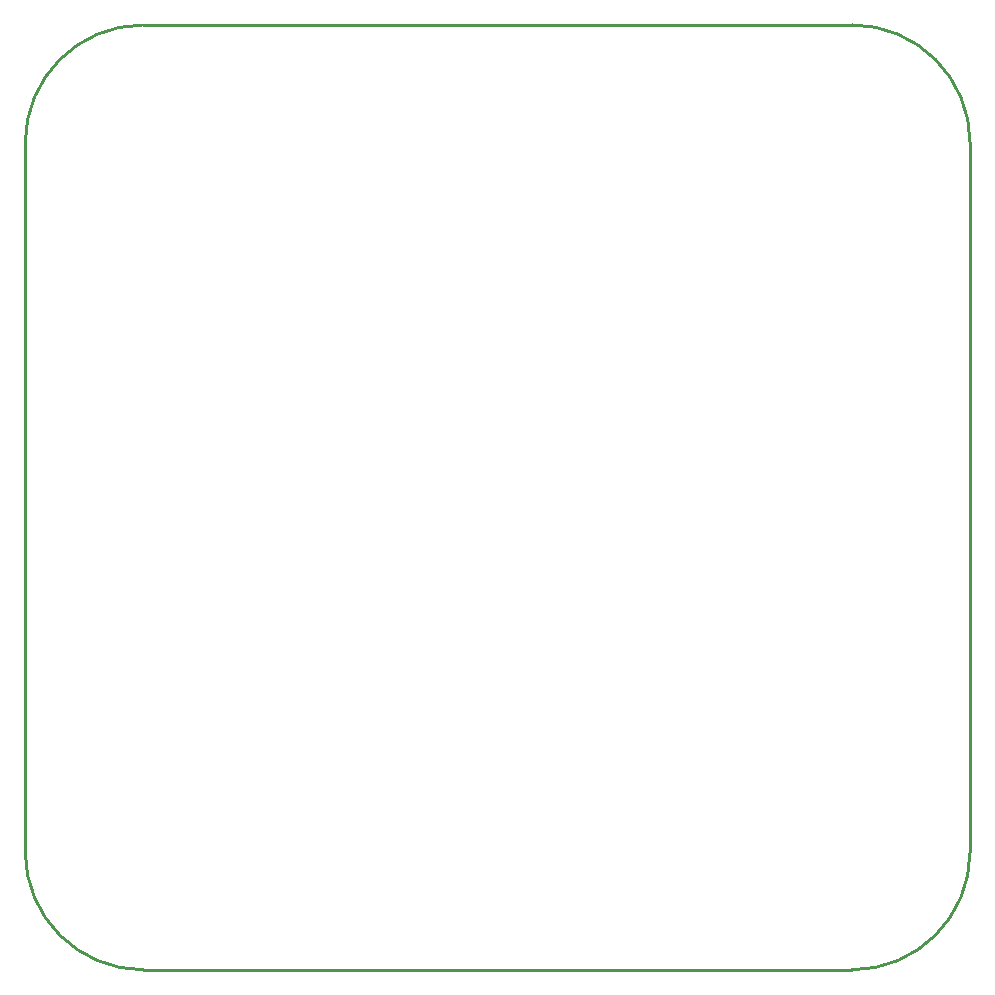
<source format=gko>
G04 Layer: BoardOutline*
G04 EasyEDA v6.3.53, 2020-07-04T19:29:01+01:00*
G04 4dcc4153daa14e749ff6f4f9958da876,831979d3ac2e4a1db92824a7b243be6d,10*
G04 Gerber Generator version 0.2*
G04 Scale: 100 percent, Rotated: No, Reflected: No *
G04 Dimensions in millimeters *
G04 leading zeros omitted , absolute positions ,3 integer and 3 decimal *
%FSLAX33Y33*%
%MOMM*%
G90*
G71D02*

%ADD10C,0.254000*%
G54D10*
G01X79999Y70000D02*
G01X79999Y10000D01*
G01X0Y10000D02*
G01X0Y70000D01*
G01X10000Y79999D02*
G01X69999Y79999D01*
G01X69999Y0D02*
G01X10000Y0D01*
G75*
G01X70000Y80000D02*
G02X80000Y70000I0J-10000D01*
G01*
G75*
G01X80000Y10000D02*
G02X70000Y0I-10000J0D01*
G01*
G75*
G01X10000Y0D02*
G02X0Y10000I0J10000D01*
G01*
G75*
G01X0Y70000D02*
G02X10000Y80000I10000J0D01*
G01*

%LPD*%
M00*
M02*

</source>
